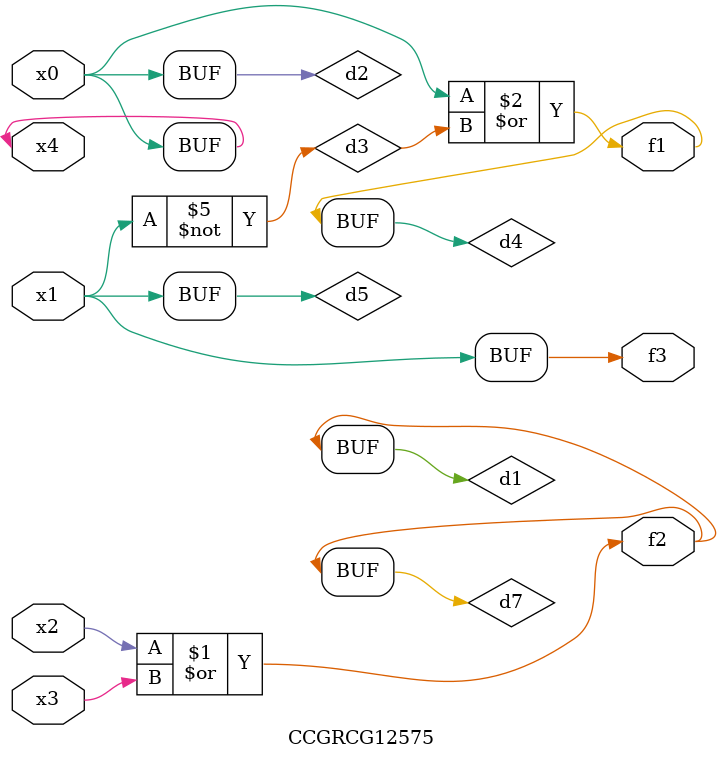
<source format=v>
module CCGRCG12575(
	input x0, x1, x2, x3, x4,
	output f1, f2, f3
);

	wire d1, d2, d3, d4, d5, d6, d7;

	or (d1, x2, x3);
	buf (d2, x0, x4);
	not (d3, x1);
	or (d4, d2, d3);
	not (d5, d3);
	nand (d6, d1, d3);
	or (d7, d1);
	assign f1 = d4;
	assign f2 = d7;
	assign f3 = d5;
endmodule

</source>
